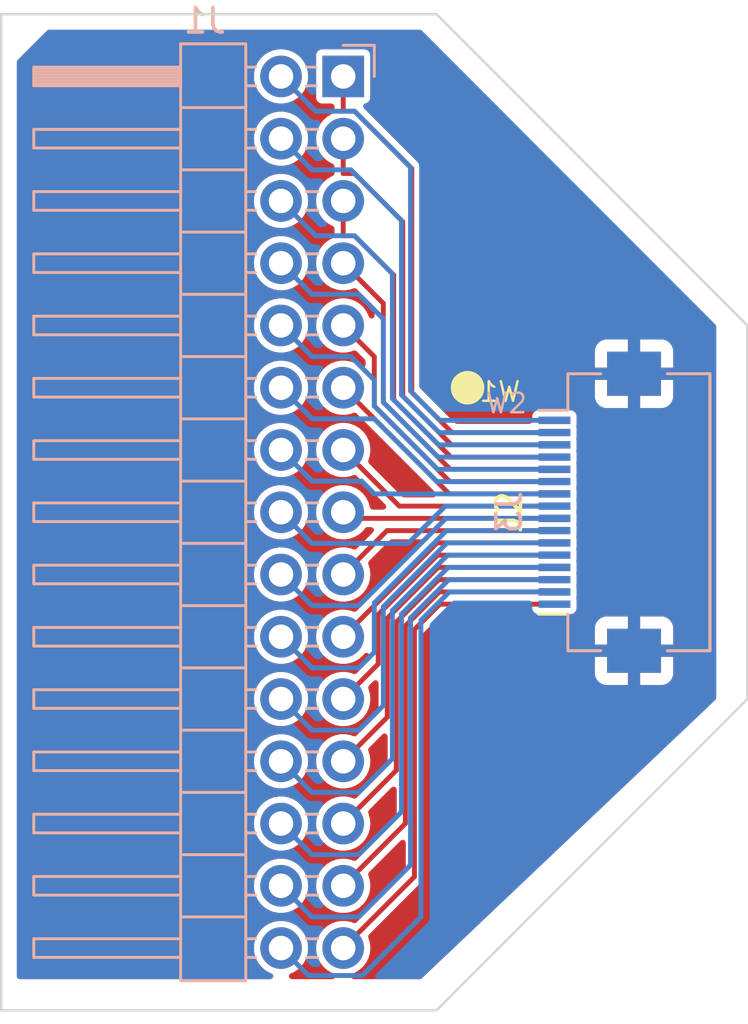
<source format=kicad_pcb>
(kicad_pcb (version 20240108) (generator "pcbnew") (generator_version "8.0")
  (layers (0 "F.Cu" signal) (31 "B.Cu" signal) (34 "B.Paste" user) (35 "F.Paste" user) (36 "B.SilkS" user "B.Silkscreen") (37 "F.SilkS" user "F.Silkscreen") (38 "B.Mask" user) (39 "F.Mask" user) (44 "Edge.Cuts" user))
  (net 0 "")
  (net 1 "/W25")
  (net 2 "/W6")
  (net 3 "/W8")
  (net 4 "/W22")
  (net 5 "/W17")
  (net 6 "/W10")
  (net 7 "/W23")
  (net 8 "/W21")
  (net 9 "/W19")
  (net 10 "/W9")
  (net 11 "/W24")
  (net 12 "/W27")
  (net 13 "/W1")
  (net 14 "/W13")
  (net 15 "/W2")
  (net 16 "/W15")
  (net 17 "/W12")
  (net 18 "/W30")
  (net 19 "/W18")
  (net 20 "/W7")
  (net 21 "/W29")
  (net 22 "/W14")
  (net 23 "/W3")
  (net 24 "/W4")
  (net 25 "/W16")
  (net 26 "/W5")
  (net 27 "/W11")
  (net 28 "/W26")
  (net 29 "/W28")
  (net 30 "/W20")
  (net 33 "GND")
  (footprint "Connector_FFC-FPC:Hirose_FH12-16S-0.5SH_1x16-1MP_P0.50mm_Horizontal" (layer "F.Cu") (at 107 63.5 90)
    (property "Reference" "J2" (at 0 -3.7 -90) (layer "F.SilkS"))
    (property "Value" "ODD")
    (fp_line (start 5.65 -1.3) (end 5.65 0.04) (stroke (width 0.12)) (layer "F.SilkS"))
    (fp_line (start 4.16 -1.3) (end 5.65 -1.3) (stroke (width 0.12)) (layer "F.SilkS"))
    (fp_line (start -4.16 -1.3) (end -4.16 -2.5) (stroke (width 0.12)) (layer "F.SilkS"))
    (fp_line (start -4.16 -1.3) (end -5.65 -1.3) (stroke (width 0.12)) (layer "F.SilkS"))
    (fp_line (start -5.65 -1.3) (end -5.65 0.04) (stroke (width 0.12)) (layer "F.SilkS"))
    (fp_line (start -5.65 2.76) (end -5.65 4.5) (stroke (width 0.12)) (layer "F.SilkS"))
    (fp_line (start 5.65 4.5) (end 5.65 2.76) (stroke (width 0.12)) (layer "F.SilkS"))
    (fp_line (start -5.65 4.5) (end 5.65 4.5) (stroke (width 0.12)) (layer "F.SilkS"))
    (pad "1" smd rect (at -3.75 -1.85 90) (size 0.3 1.3) (layers "F.Cu" "F.Paste" "F.Mask") (net 21 "/W29"))
    (pad "2" smd rect (at -3.25 -1.85 90) (size 0.3 1.3) (layers "F.Cu" "F.Paste" "F.Mask") (net 12 "/W27"))
    (pad "3" smd rect (at -2.75 -1.85 90) (size 0.3 1.3) (layers "F.Cu" "F.Paste" "F.Mask") (net 1 "/W25"))
    (pad "4" smd rect (at -2.25 -1.85 90) (size 0.3 1.3) (layers "F.Cu" "F.Paste" "F.Mask") (net 7 "/W23"))
    (pad "5" smd rect (at -1.75 -1.85 90) (size 0.3 1.3) (layers "F.Cu" "F.Paste" "F.Mask") (net 8 "/W21"))
    (pad "6" smd rect (at -1.25 -1.85 90) (size 0.3 1.3) (layers "F.Cu" "F.Paste" "F.Mask") (net 9 "/W19"))
    (pad "7" smd rect (at -0.75 -1.85 90) (size 0.3 1.3) (layers "F.Cu" "F.Paste" "F.Mask") (net 5 "/W17"))
    (pad "8" smd rect (at -0.25 -1.85 90) (size 0.3 1.3) (layers "F.Cu" "F.Paste" "F.Mask") (net 16 "/W15"))
    (pad "9" smd rect (at 0.25 -1.85 90) (size 0.3 1.3) (layers "F.Cu" "F.Paste" "F.Mask") (net 14 "/W13"))
    (pad "10" smd rect (at 0.75 -1.85 90) (size 0.3 1.3) (layers "F.Cu" "F.Paste" "F.Mask") (net 27 "/W11"))
    (pad "11" smd rect (at 1.25 -1.85 90) (size 0.3 1.3) (layers "F.Cu" "F.Paste" "F.Mask") (net 10 "/W9"))
    (pad "12" smd rect (at 1.75 -1.85 90) (size 0.3 1.3) (layers "F.Cu" "F.Paste" "F.Mask") (net 20 "/W7"))
    (pad "13" smd rect (at 2.25 -1.85 90) (size 0.3 1.3) (layers "F.Cu" "F.Paste" "F.Mask") (net 26 "/W5"))
    (pad "14" smd rect (at 2.75 -1.85 90) (size 0.3 1.3) (layers "F.Cu" "F.Paste" "F.Mask") (net 23 "/W3"))
    (pad "15" smd rect (at 3.25 -1.85 90) (size 0.3 1.3) (layers "F.Cu" "F.Paste" "F.Mask") (net 13 "/W1"))
    (pad "16" smd rect (at 3.75 -1.85 90) (size 0.3 1.3) (layers "F.Cu" "F.Paste" "F.Mask"))
    (pad "MP" smd rect (at -5.65 1.4 90) (size 1.8 2.2) (layers "F.Cu" "F.Paste" "F.Mask") (net 33 "GND"))
    (pad "MP" smd rect (at 5.65 1.4 90) (size 1.8 2.2) (layers "F.Cu" "F.Paste" "F.Mask") (net 33 "GND"))
  )
  (footprint "Connector_FFC-FPC:Hirose_FH12-16S-0.5SH_1x16-1MP_P0.50mm_Horizontal" (layer "B.Cu") (at 107 63.5 -90)
    (property "Reference" "J3" (at 0 3.7 90) (layer "B.SilkS") (effects (justify mirror)))
    (property "Value" "EVEN")
    (fp_line (start -4.16 2.5) (end -4.16 1.3) (stroke (width 0.12)) (layer "B.SilkS"))
    (fp_line (start -5.65 1.3) (end -4.16 1.3) (stroke (width 0.12)) (layer "B.SilkS"))
    (fp_line (start 5.65 1.3) (end 4.16 1.3) (stroke (width 0.12)) (layer "B.SilkS"))
    (fp_line (start -5.65 -0.04) (end -5.65 1.3) (stroke (width 0.12)) (layer "B.SilkS"))
    (fp_line (start 5.65 -0.04) (end 5.65 1.3) (stroke (width 0.12)) (layer "B.SilkS"))
    (fp_line (start 5.65 -2.76) (end 5.65 -4.5) (stroke (width 0.12)) (layer "B.SilkS"))
    (fp_line (start -5.65 -4.5) (end -5.65 -2.76) (stroke (width 0.12)) (layer "B.SilkS"))
    (fp_line (start 5.65 -4.5) (end -5.65 -4.5) (stroke (width 0.12)) (layer "B.SilkS"))
    (pad "1" smd rect (at -3.75 1.85 270) (size 0.3 1.3) (layers "B.Cu" "B.Paste" "B.Mask") (net 15 "/W2"))
    (pad "2" smd rect (at -3.25 1.85 270) (size 0.3 1.3) (layers "B.Cu" "B.Paste" "B.Mask") (net 24 "/W4"))
    (pad "3" smd rect (at -2.75 1.85 270) (size 0.3 1.3) (layers "B.Cu" "B.Paste" "B.Mask") (net 2 "/W6"))
    (pad "4" smd rect (at -2.25 1.85 270) (size 0.3 1.3) (layers "B.Cu" "B.Paste" "B.Mask") (net 3 "/W8"))
    (pad "5" smd rect (at -1.75 1.85 270) (size 0.3 1.3) (layers "B.Cu" "B.Paste" "B.Mask") (net 6 "/W10"))
    (pad "6" smd rect (at -1.25 1.85 270) (size 0.3 1.3) (layers "B.Cu" "B.Paste" "B.Mask") (net 17 "/W12"))
    (pad "7" smd rect (at -0.75 1.85 270) (size 0.3 1.3) (layers "B.Cu" "B.Paste" "B.Mask") (net 22 "/W14"))
    (pad "8" smd rect (at -0.25 1.85 270) (size 0.3 1.3) (layers "B.Cu" "B.Paste" "B.Mask") (net 25 "/W16"))
    (pad "9" smd rect (at 0.25 1.85 270) (size 0.3 1.3) (layers "B.Cu" "B.Paste" "B.Mask") (net 19 "/W18"))
    (pad "10" smd rect (at 0.75 1.85 270) (size 0.3 1.3) (layers "B.Cu" "B.Paste" "B.Mask") (net 30 "/W20"))
    (pad "11" smd rect (at 1.25 1.85 270) (size 0.3 1.3) (layers "B.Cu" "B.Paste" "B.Mask") (net 4 "/W22"))
    (pad "12" smd rect (at 1.75 1.85 270) (size 0.3 1.3) (layers "B.Cu" "B.Paste" "B.Mask") (net 11 "/W24"))
    (pad "13" smd rect (at 2.25 1.85 270) (size 0.3 1.3) (layers "B.Cu" "B.Paste" "B.Mask") (net 28 "/W26"))
    (pad "14" smd rect (at 2.75 1.85 270) (size 0.3 1.3) (layers "B.Cu" "B.Paste" "B.Mask") (net 29 "/W28"))
    (pad "15" smd rect (at 3.25 1.85 270) (size 0.3 1.3) (layers "B.Cu" "B.Paste" "B.Mask") (net 18 "/W30"))
    (pad "16" smd rect (at 3.75 1.85 270) (size 0.3 1.3) (layers "B.Cu" "B.Paste" "B.Mask"))
    (pad "MP" smd rect (at -5.65 -1.4 270) (size 1.8 2.2) (layers "B.Cu" "B.Paste" "B.Mask") (net 33 "GND"))
    (pad "MP" smd rect (at 5.65 -1.4 270) (size 1.8 2.2) (layers "B.Cu" "B.Paste" "B.Mask") (net 33 "GND"))
  )
  (footprint "Connector_PinHeader_2.54mm:PinHeader_2x15_P2.54mm_Horizontal" (layer "B.Cu") (at 96.52 45.72 180)
    (property "Reference" "J1" (at 5.655 2.27 180) (layer "B.SilkS") (effects (justify mirror)))
    (property "Value" "PinHeader")
    (fp_line (start 12.64 0.38) (end 6.64 0.38) (stroke (width 0.12)) (layer "B.SilkS"))
    (fp_line (start 12.64 0.32) (end 6.64 0.32) (stroke (width 0.12)) (layer "B.SilkS"))
    (fp_line (start 12.64 0.2) (end 6.64 0.2) (stroke (width 0.12)) (layer "B.SilkS"))
    (fp_line (start 12.64 0.08) (end 6.64 0.08) (stroke (width 0.12)) (layer "B.SilkS"))
    (fp_line (start 12.64 -0.04) (end 6.64 -0.04) (stroke (width 0.12)) (layer "B.SilkS"))
    (fp_line (start 12.64 -0.16) (end 6.64 -0.16) (stroke (width 0.12)) (layer "B.SilkS"))
    (fp_line (start 12.64 -0.28) (end 6.64 -0.28) (stroke (width 0.12)) (layer "B.SilkS"))
    (fp_line (start 12.64 -0.38) (end 12.64 0.38) (stroke (width 0.12)) (layer "B.SilkS"))
    (fp_line (start 12.64 -2.16) (end 6.64 -2.16) (stroke (width 0.12)) (layer "B.SilkS"))
    (fp_line (start 12.64 -2.92) (end 12.64 -2.16) (stroke (width 0.12)) (layer "B.SilkS"))
    (fp_line (start 12.64 -4.7) (end 6.64 -4.7) (stroke (width 0.12)) (layer "B.SilkS"))
    (fp_line (start 12.64 -5.46) (end 12.64 -4.7) (stroke (width 0.12)) (layer "B.SilkS"))
    (fp_line (start 12.64 -7.24) (end 6.64 -7.24) (stroke (width 0.12)) (layer "B.SilkS"))
    (fp_line (start 12.64 -8) (end 12.64 -7.24) (stroke (width 0.12)) (layer "B.SilkS"))
    (fp_line (start 12.64 -9.78) (end 6.64 -9.78) (stroke (width 0.12)) (layer "B.SilkS"))
    (fp_line (start 12.64 -10.54) (end 12.64 -9.78) (stroke (width 0.12)) (layer "B.SilkS"))
    (fp_line (start 12.64 -12.32) (end 6.64 -12.32) (stroke (width 0.12)) (layer "B.SilkS"))
    (fp_line (start 12.64 -13.08) (end 12.64 -12.32) (stroke (width 0.12)) (layer "B.SilkS"))
    (fp_line (start 12.64 -14.86) (end 6.64 -14.86) (stroke (width 0.12)) (layer "B.SilkS"))
    (fp_line (start 12.64 -15.62) (end 12.64 -14.86) (stroke (width 0.12)) (layer "B.SilkS"))
    (fp_line (start 12.64 -17.4) (end 6.64 -17.4) (stroke (width 0.12)) (layer "B.SilkS"))
    (fp_line (start 12.64 -18.16) (end 12.64 -17.4) (stroke (width 0.12)) (layer "B.SilkS"))
    (fp_line (start 12.64 -19.94) (end 6.64 -19.94) (stroke (width 0.12)) (layer "B.SilkS"))
    (fp_line (start 12.64 -20.7) (end 12.64 -19.94) (stroke (width 0.12)) (layer "B.SilkS"))
    (fp_line (start 12.64 -22.48) (end 6.64 -22.48) (stroke (width 0.12)) (layer "B.SilkS"))
    (fp_line (start 12.64 -23.24) (end 12.64 -22.48) (stroke (width 0.12)) (layer "B.SilkS"))
    (fp_line (start 12.64 -25.02) (end 6.64 -25.02) (stroke (width 0.12)) (layer "B.SilkS"))
    (fp_line (start 12.64 -25.78) (end 12.64 -25.02) (stroke (width 0.12)) (layer "B.SilkS"))
    (fp_line (start 12.64 -27.56) (end 6.64 -27.56) (stroke (width 0.12)) (layer "B.SilkS"))
    (fp_line (start 12.64 -28.32) (end 12.64 -27.56) (stroke (width 0.12)) (layer "B.SilkS"))
    (fp_line (start 12.64 -30.1) (end 6.64 -30.1) (stroke (width 0.12)) (layer "B.SilkS"))
    (fp_line (start 12.64 -30.86) (end 12.64 -30.1) (stroke (width 0.12)) (layer "B.SilkS"))
    (fp_line (start 12.64 -32.64) (end 6.64 -32.64) (stroke (width 0.12)) (layer "B.SilkS"))
    (fp_line (start 12.64 -33.4) (end 12.64 -32.64) (stroke (width 0.12)) (layer "B.SilkS"))
    (fp_line (start 12.64 -35.18) (end 6.64 -35.18) (stroke (width 0.12)) (layer "B.SilkS"))
    (fp_line (start 12.64 -35.94) (end 12.64 -35.18) (stroke (width 0.12)) (layer "B.SilkS"))
    (fp_line (start 6.64 1.33) (end 6.64 -36.89) (stroke (width 0.12)) (layer "B.SilkS"))
    (fp_line (start 6.64 -0.38) (end 12.64 -0.38) (stroke (width 0.12)) (layer "B.SilkS"))
    (fp_line (start 6.64 -1.27) (end 3.98 -1.27) (stroke (width 0.12)) (layer "B.SilkS"))
    (fp_line (start 6.64 -2.92) (end 12.64 -2.92) (stroke (width 0.12)) (layer "B.SilkS"))
    (fp_line (start 6.64 -3.81) (end 3.98 -3.81) (stroke (width 0.12)) (layer "B.SilkS"))
    (fp_line (start 6.64 -5.46) (end 12.64 -5.46) (stroke (width 0.12)) (layer "B.SilkS"))
    (fp_line (start 6.64 -6.35) (end 3.98 -6.35) (stroke (width 0.12)) (layer "B.SilkS"))
    (fp_line (start 6.64 -8) (end 12.64 -8) (stroke (width 0.12)) (layer "B.SilkS"))
    (fp_line (start 6.64 -8.89) (end 3.98 -8.89) (stroke (width 0.12)) (layer "B.SilkS"))
    (fp_line (start 6.64 -10.54) (end 12.64 -10.54) (stroke (width 0.12)) (layer "B.SilkS"))
    (fp_line (start 6.64 -11.43) (end 3.98 -11.43) (stroke (width 0.12)) (layer "B.SilkS"))
    (fp_line (start 6.64 -13.08) (end 12.64 -13.08) (stroke (width 0.12)) (layer "B.SilkS"))
    (fp_line (start 6.64 -13.97) (end 3.98 -13.97) (stroke (width 0.12)) (layer "B.SilkS"))
    (fp_line (start 6.64 -15.62) (end 12.64 -15.62) (stroke (width 0.12)) (layer "B.SilkS"))
    (fp_line (start 6.64 -16.51) (end 3.98 -16.51) (stroke (width 0.12)) (layer "B.SilkS"))
    (fp_line (start 6.64 -18.16) (end 12.64 -18.16) (stroke (width 0.12)) (layer "B.SilkS"))
    (fp_line (start 6.64 -19.05) (end 3.98 -19.05) (stroke (width 0.12)) (layer "B.SilkS"))
    (fp_line (start 6.64 -20.7) (end 12.64 -20.7) (stroke (width 0.12)) (layer "B.SilkS"))
    (fp_line (start 6.64 -21.59) (end 3.98 -21.59) (stroke (width 0.12)) (layer "B.SilkS"))
    (fp_line (start 6.64 -23.24) (end 12.64 -23.24) (stroke (width 0.12)) (layer "B.SilkS"))
    (fp_line (start 6.64 -24.13) (end 3.98 -24.13) (stroke (width 0.12)) (layer "B.SilkS"))
    (fp_line (start 6.64 -25.78) (end 12.64 -25.78) (stroke (width 0.12)) (layer "B.SilkS"))
    (fp_line (start 6.64 -26.67) (end 3.98 -26.67) (stroke (width 0.12)) (layer "B.SilkS"))
    (fp_line (start 6.64 -28.32) (end 12.64 -28.32) (stroke (width 0.12)) (layer "B.SilkS"))
    (fp_line (start 6.64 -29.21) (end 3.98 -29.21) (stroke (width 0.12)) (layer "B.SilkS"))
    (fp_line (start 6.64 -30.86) (end 12.64 -30.86) (stroke (width 0.12)) (layer "B.SilkS"))
    (fp_line (start 6.64 -31.75) (end 3.98 -31.75) (stroke (width 0.12)) (layer "B.SilkS"))
    (fp_line (start 6.64 -33.4) (end 12.64 -33.4) (stroke (width 0.12)) (layer "B.SilkS"))
    (fp_line (start 6.64 -34.29) (end 3.98 -34.29) (stroke (width 0.12)) (layer "B.SilkS"))
    (fp_line (start 6.64 -35.94) (end 12.64 -35.94) (stroke (width 0.12)) (layer "B.SilkS"))
    (fp_line (start 6.64 -36.89) (end 3.98 -36.89) (stroke (width 0.12)) (layer "B.SilkS"))
    (fp_line (start 3.98 1.33) (end 6.64 1.33) (stroke (width 0.12)) (layer "B.SilkS"))
    (fp_line (start 3.98 0.38) (end 3.582929 0.38) (stroke (width 0.12)) (layer "B.SilkS"))
    (fp_line (start 3.98 -0.38) (end 3.582929 -0.38) (stroke (width 0.12)) (layer "B.SilkS"))
    (fp_line (start 3.98 -2.16) (end 3.582929 -2.16) (stroke (width 0.12)) (layer "B.SilkS"))
    (fp_line (start 3.98 -2.92) (end 3.582929 -2.92) (stroke (width 0.12)) (layer "B.SilkS"))
    (fp_line (start 3.98 -4.7) (end 3.582929 -4.7) (stroke (width 0.12)) (layer "B.SilkS"))
    (fp_line (start 3.98 -5.46) (end 3.582929 -5.46) (stroke (width 0.12)) (layer "B.SilkS"))
    (fp_line (start 3.98 -7.24) (end 3.582929 -7.24) (stroke (width 0.12)) (layer "B.SilkS"))
    (fp_line (start 3.98 -8) (end 3.582929 -8) (stroke (width 0.12)) (layer "B.SilkS"))
    (fp_line (start 3.98 -9.78) (end 3.582929 -9.78) (stroke (width 0.12)) (layer "B.SilkS"))
    (fp_line (start 3.98 -10.54) (end 3.582929 -10.54) (stroke (width 0.12)) (layer "B.SilkS"))
    (fp_line (start 3.98 -12.32) (end 3.582929 -12.32) (stroke (width 0.12)) (layer "B.SilkS"))
    (fp_line (start 3.98 -13.08) (end 3.582929 -13.08) (stroke (width 0.12)) (layer "B.SilkS"))
    (fp_line (start 3.98 -14.86) (end 3.582929 -14.86) (stroke (width 0.12)) (layer "B.SilkS"))
    (fp_line (start 3.98 -15.62) (end 3.582929 -15.62) (stroke (width 0.12)) (layer "B.SilkS"))
    (fp_line (start 3.98 -17.4) (end 3.582929 -17.4) (stroke (width 0.12)) (layer "B.SilkS"))
    (fp_line (start 3.98 -18.16) (end 3.582929 -18.16) (stroke (width 0.12)) (layer "B.SilkS"))
    (fp_line (start 3.98 -19.94) (end 3.582929 -19.94) (stroke (width 0.12)) (layer "B.SilkS"))
    (fp_line (start 3.98 -20.7) (end 3.582929 -20.7) (stroke (width 0.12)) (layer "B.SilkS"))
    (fp_line (start 3.98 -22.48) (end 3.582929 -22.48) (stroke (width 0.12)) (layer "B.SilkS"))
    (fp_line (start 3.98 -23.24) (end 3.582929 -23.24) (stroke (width 0.12)) (layer "B.SilkS"))
    (fp_line (start 3.98 -25.02) (end 3.582929 -25.02) (stroke (width 0.12)) (layer "B.SilkS"))
    (fp_line (start 3.98 -25.78) (end 3.582929 -25.78) (stroke (width 0.12)) (layer "B.SilkS"))
    (fp_line (start 3.98 -27.56) (end 3.582929 -27.56) (stroke (width 0.12)) (layer "B.SilkS"))
    (fp_line (start 3.98 -28.32) (end 3.582929 -28.32) (stroke (width 0.12)) (layer "B.SilkS"))
    (fp_line (start 3.98 -30.1) (end 3.582929 -30.1) (stroke (width 0.12)) (layer "B.SilkS"))
    (fp_line (start 3.98 -30.86) (end 3.582929 -30.86) (stroke (width 0.12)) (layer "B.SilkS"))
    (fp_line (start 3.98 -32.64) (end 3.582929 -32.64) (stroke (width 0.12)) (layer "B.SilkS"))
    (fp_line (start 3.98 -33.4) (end 3.582929 -33.4) (stroke (width 0.12)) (layer "B.SilkS"))
    (fp_line (start 3.98 -35.18) (end 3.582929 -35.18) (stroke (width 0.12)) (layer "B.SilkS"))
    (fp_line (start 3.98 -35.94) (end 3.582929 -35.94) (stroke (width 0.12)) (layer "B.SilkS"))
    (fp_line (start 3.98 -36.89) (end 3.98 1.33) (stroke (width 0.12)) (layer "B.SilkS"))
    (fp_line (start 1.497071 0.38) (end 1.11 0.38) (stroke (width 0.12)) (layer "B.SilkS"))
    (fp_line (start 1.497071 -0.38) (end 1.11 -0.38) (stroke (width 0.12)) (layer "B.SilkS"))
    (fp_line (start 1.497071 -2.16) (end 1.042929 -2.16) (stroke (width 0.12)) (layer "B.SilkS"))
    (fp_line (start 1.497071 -2.92) (end 1.042929 -2.92) (stroke (width 0.12)) (layer "B.SilkS"))
    (fp_line (start 1.497071 -4.7) (end 1.042929 -4.7) (stroke (width 0.12)) (layer "B.SilkS"))
    (fp_line (start 1.497071 -5.46) (end 1.042929 -5.46) (stroke (width 0.12)) (layer "B.SilkS"))
    (fp_line (start 1.497071 -7.24) (end 1.042929 -7.24) (stroke (width 0.12)) (layer "B.SilkS"))
    (fp_line (start 1.497071 -8) (end 1.042929 -8) (stroke (width 0.12)) (layer "B.SilkS"))
    (fp_line (start 1.497071 -9.78) (end 1.042929 -9.78) (stroke (width 0.12)) (layer "B.SilkS"))
    (fp_line (start 1.497071 -10.54) (end 1.042929 -10.54) (stroke (width 0.12)) (layer "B.SilkS"))
    (fp_line (start 1.497071 -12.32) (end 1.042929 -12.32) (stroke (width 0.12)) (layer "B.SilkS"))
    (fp_line (start 1.497071 -13.08) (end 1.042929 -13.08) (stroke (width 0.12)) (layer "B.SilkS"))
    (fp_line (start 1.497071 -14.86) (end 1.042929 -14.86) (stroke (width 0.12)) (layer "B.SilkS"))
    (fp_line (start 1.497071 -15.62) (end 1.042929 -15.62) (stroke (width 0.12)) (layer "B.SilkS"))
    (fp_line (start 1.497071 -17.4) (end 1.042929 -17.4) (stroke (width 0.12)) (layer "B.SilkS"))
    (fp_line (start 1.497071 -18.16) (end 1.042929 -18.16) (stroke (width 0.12)) (layer "B.SilkS"))
    (fp_line (start 1.497071 -19.94) (end 1.042929 -19.94) (stroke (width 0.12)) (layer "B.SilkS"))
    (fp_line (start 1.497071 -20.7) (end 1.042929 -20.7) (stroke (width 0.12)) (layer "B.SilkS"))
    (fp_line (start 1.497071 -22.48) (end 1.042929 -22.48) (stroke (width 0.12)) (layer "B.SilkS"))
    (fp_line (start 1.497071 -23.24) (end 1.042929 -23.24) (stroke (width 0.12)) (layer "B.SilkS"))
    (fp_line (start 1.497071 -25.02) (end 1.042929 -25.02) (stroke (width 0.12)) (layer "B.SilkS"))
    (fp_line (start 1.497071 -25.78) (end 1.042929 -25.78) (stroke (width 0.12)) (layer "B.SilkS"))
    (fp_line (start 1.497071 -27.56) (end 1.042929 -27.56) (stroke (width 0.12)) (layer "B.SilkS"))
    (fp_line (start 1.497071 -28.32) (end 1.042929 -28.32) (stroke (width 0.12)) (layer "B.SilkS"))
    (fp_line (start 1.497071 -30.1) (end 1.042929 -30.1) (stroke (width 0.12)) (layer "B.SilkS"))
    (fp_line (start 1.497071 -30.86) (end 1.042929 -30.86) (stroke (width 0.12)) (layer "B.SilkS"))
    (fp_line (start 1.497071 -32.64) (end 1.042929 -32.64) (stroke (width 0.12)) (layer "B.SilkS"))
    (fp_line (start 1.497071 -33.4) (end 1.042929 -33.4) (stroke (width 0.12)) (layer "B.SilkS"))
    (fp_line (start 1.497071 -35.18) (end 1.042929 -35.18) (stroke (width 0.12)) (layer "B.SilkS"))
    (fp_line (start 1.497071 -35.94) (end 1.042929 -35.94) (stroke (width 0.12)) (layer "B.SilkS"))
    (fp_line (start 0 1.27) (end -1.27 1.27) (stroke (width 0.12)) (layer "B.SilkS"))
    (fp_line (start -1.27 1.27) (end -1.27 0) (stroke (width 0.12)) (layer "B.SilkS"))
    (pad "1" thru_hole rect (at 0 0 180) (size 1.7 1.7) (drill 1) (layers "*.Cu" "*.Mask") (net 13 "/W1"))
    (pad "2" thru_hole oval (at 2.54 0 180) (size 1.7 1.7) (drill 1) (layers "*.Cu" "*.Mask") (net 15 "/W2"))
    (pad "3" thru_hole oval (at 0 -2.54 180) (size 1.7 1.7) (drill 1) (layers "*.Cu" "*.Mask") (net 23 "/W3"))
    (pad "4" thru_hole oval (at 2.54 -2.54 180) (size 1.7 1.7) (drill 1) (layers "*.Cu" "*.Mask") (net 24 "/W4"))
    (pad "5" thru_hole oval (at 0 -5.08 180) (size 1.7 1.7) (drill 1) (layers "*.Cu" "*.Mask") (net 26 "/W5"))
    (pad "6" thru_hole oval (at 2.54 -5.08 180) (size 1.7 1.7) (drill 1) (layers "*.Cu" "*.Mask") (net 2 "/W6"))
    (pad "7" thru_hole oval (at 0 -7.62 180) (size 1.7 1.7) (drill 1) (layers "*.Cu" "*.Mask") (net 20 "/W7"))
    (pad "8" thru_hole oval (at 2.54 -7.62 180) (size 1.7 1.7) (drill 1) (layers "*.Cu" "*.Mask") (net 3 "/W8"))
    (pad "9" thru_hole oval (at 0 -10.16 180) (size 1.7 1.7) (drill 1) (layers "*.Cu" "*.Mask") (net 10 "/W9"))
    (pad "10" thru_hole oval (at 2.54 -10.16 180) (size 1.7 1.7) (drill 1) (layers "*.Cu" "*.Mask") (net 6 "/W10"))
    (pad "11" thru_hole oval (at 0 -12.7 180) (size 1.7 1.7) (drill 1) (layers "*.Cu" "*.Mask") (net 27 "/W11"))
    (pad "12" thru_hole oval (at 2.54 -12.7 180) (size 1.7 1.7) (drill 1) (layers "*.Cu" "*.Mask") (net 17 "/W12"))
    (pad "13" thru_hole oval (at 0 -15.24 180) (size 1.7 1.7) (drill 1) (layers "*.Cu" "*.Mask") (net 14 "/W13"))
    (pad "14" thru_hole oval (at 2.54 -15.24 180) (size 1.7 1.7) (drill 1) (layers "*.Cu" "*.Mask") (net 22 "/W14"))
    (pad "15" thru_hole oval (at 0 -17.78 180) (size 1.7 1.7) (drill 1) (layers "*.Cu" "*.Mask") (net 16 "/W15"))
    (pad "16" thru_hole oval (at 2.54 -17.78 180) (size 1.7 1.7) (drill 1) (layers "*.Cu" "*.Mask") (net 25 "/W16"))
    (pad "17" thru_hole oval (at 0 -20.32 180) (size 1.7 1.7) (drill 1) (layers "*.Cu" "*.Mask") (net 5 "/W17"))
    (pad "18" thru_hole oval (at 2.54 -20.32 180) (size 1.7 1.7) (drill 1) (layers "*.Cu" "*.Mask") (net 19 "/W18"))
    (pad "19" thru_hole oval (at 0 -22.86 180) (size 1.7 1.7) (drill 1) (layers "*.Cu" "*.Mask") (net 9 "/W19"))
    (pad "20" thru_hole oval (at 2.54 -22.86 180) (size 1.7 1.7) (drill 1) (layers "*.Cu" "*.Mask") (net 30 "/W20"))
    (pad "21" thru_hole oval (at 0 -25.4 180) (size 1.7 1.7) (drill 1) (layers "*.Cu" "*.Mask") (net 8 "/W21"))
    (pad "22" thru_hole oval (at 2.54 -25.4 180) (size 1.7 1.7) (drill 1) (layers "*.Cu" "*.Mask") (net 4 "/W22"))
    (pad "23" thru_hole oval (at 0 -27.94 180) (size 1.7 1.7) (drill 1) (layers "*.Cu" "*.Mask") (net 7 "/W23"))
    (pad "24" thru_hole oval (at 2.54 -27.94 180) (size 1.7 1.7) (drill 1) (layers "*.Cu" "*.Mask") (net 11 "/W24"))
    (pad "25" thru_hole oval (at 0 -30.48 180) (size 1.7 1.7) (drill 1) (layers "*.Cu" "*.Mask") (net 1 "/W25"))
    (pad "26" thru_hole oval (at 2.54 -30.48 180) (size 1.7 1.7) (drill 1) (layers "*.Cu" "*.Mask") (net 28 "/W26"))
    (pad "27" thru_hole oval (at 0 -33.02 180) (size 1.7 1.7) (drill 1) (layers "*.Cu" "*.Mask") (net 12 "/W27"))
    (pad "28" thru_hole oval (at 2.54 -33.02 180) (size 1.7 1.7) (drill 1) (layers "*.Cu" "*.Mask") (net 29 "/W28"))
    (pad "29" thru_hole oval (at 0 -35.56 180) (size 1.7 1.7) (drill 1) (layers "*.Cu" "*.Mask") (net 21 "/W29"))
    (pad "30" thru_hole oval (at 2.54 -35.56 180) (size 1.7 1.7) (drill 1) (layers "*.Cu" "*.Mask") (net 18 "/W30"))
  )
  (gr_circle (center 101.6 58.42) (end 102.235 58.42) (stroke (width 0.1)) (fill solid) (layer "F.SilkS"))
  (gr_line (start 113.03 71.12) (end 100.33 83.82) (stroke (width 0.1)) (layer "Edge.Cuts"))
  (gr_line (start 113.03 55.88) (end 113.03 71.12) (stroke (width 0.1)) (layer "Edge.Cuts"))
  (gr_line (start 100.33 83.82) (end 82.55 83.82) (stroke (width 0.1)) (layer "Edge.Cuts"))
  (gr_line (start 82.55 83.82) (end 82.55 43.18) (stroke (width 0.1)) (layer "Edge.Cuts"))
  (gr_line (start 82.55 43.18) (end 100.33 43.18) (stroke (width 0.1)) (layer "Edge.Cuts"))
  (gr_line (start 100.33 43.18) (end 113.03 55.88) (stroke (width 0.1)) (layer "Edge.Cuts"))
  (gr_text "W2" (at 103.19 59.055 0) (layer "B.SilkS") (effects (font (size 0.8 0.8) (thickness 0.1))))
  (gr_text "W1" (at 103.825 59.055 0) (layer "F.SilkS") (effects (font (size 0.8 0.8) (thickness 0.1)) (justify left bottom mirror)))
  (segment (start 98.69 74.03) (end 98.69 67.97978) (width 0.2) (layer "F.Cu") (net 1))
  (segment (start 98.69 67.97978) (end 100.41978 66.25) (width 0.2) (layer "F.Cu") (net 1))
  (segment (start 96.52 76.2) (end 98.69 74.03) (width 0.2) (layer "F.Cu") (net 1))
  (segment (start 105.15 66.25) (end 100.41978 66.25) (width 0.2) (layer "F.Cu") (net 1))
  (segment (start 96.98392 52.22) (end 95.4 52.22) (width 0.2) (layer "B.Cu") (net 2))
  (segment (start 95.4 52.22) (end 93.98 50.8) (width 0.2) (layer "B.Cu") (net 2))
  (segment (start 105.15 60.75) (end 100.41978 60.75) (width 0.2) (layer "B.Cu") (net 2))
  (segment (start 100.41978 60.75) (end 98.53 58.86022) (width 0.2) (layer "B.Cu") (net 2))
  (segment (start 98.53 58.86022) (end 98.53 53.76608) (width 0.2) (layer "B.Cu") (net 2))
  (segment (start 98.53 53.76608) (end 96.98392 52.22) (width 0.2) (layer "B.Cu") (net 2))
  (segment (start 98.16 55.615) (end 97.155 54.61) (width 0.2) (layer "B.Cu") (net 3))
  (segment (start 105.15 61.25) (end 100.39652 61.25) (width 0.2) (layer "B.Cu") (net 3))
  (segment (start 98.16 59.01348) (end 98.16 55.615) (width 0.2) (layer "B.Cu") (net 3))
  (segment (start 95.25 54.61) (end 93.98 53.34) (width 0.2) (layer "B.Cu") (net 3))
  (segment (start 97.155 54.61) (end 95.25 54.61) (width 0.2) (layer "B.Cu") (net 3))
  (segment (start 100.39652 61.25) (end 98.16 59.01348) (width 0.2) (layer "B.Cu") (net 3))
  (segment (start 95.25 72.39) (end 97.155 72.39) (width 0.2) (layer "B.Cu") (net 4))
  (segment (start 100.761514 64.75) (end 105.15 64.75) (width 0.2) (layer "B.Cu") (net 4))
  (segment (start 93.98 71.12) (end 95.25 72.39) (width 0.2) (layer "B.Cu") (net 4))
  (segment (start 98.16 71.385) (end 98.16 67.351519) (width 0.2) (layer "B.Cu") (net 4))
  (segment (start 98.16 67.351519) (end 100.761514 64.75) (width 0.2) (layer "B.Cu") (net 4))
  (segment (start 97.155 72.39) (end 98.16 71.385) (width 0.2) (layer "B.Cu") (net 4))
  (segment (start 98.31 64.25) (end 96.52 66.04) (width 0.2) (layer "F.Cu") (net 5))
  (segment (start 98.425 64.25) (end 98.31 64.25) (width 0.2) (layer "F.Cu") (net 5))
  (segment (start 105.15 64.25) (end 98.31 64.25) (width 0.2) (layer "F.Cu") (net 5))
  (segment (start 95.25 57.15) (end 93.98 55.88) (width 0.2) (layer "B.Cu") (net 6))
  (segment (start 97.79 58.10608) (end 96.83392 57.15) (width 0.2) (layer "B.Cu") (net 6))
  (segment (start 100.37326 61.75) (end 97.79 59.16674) (width 0.2) (layer "B.Cu") (net 6))
  (segment (start 105.15 61.75) (end 100.37326 61.75) (width 0.2) (layer "B.Cu") (net 6))
  (segment (start 97.79 59.16674) (end 97.79 58.10608) (width 0.2) (layer "B.Cu") (net 6))
  (segment (start 96.83392 57.15) (end 95.25 57.15) (width 0.2) (layer "B.Cu") (net 6))
  (segment (start 96.52 73.66) (end 98.32 71.86) (width 0.2) (layer "F.Cu") (net 7))
  (segment (start 98.32 71.86) (end 98.32 67.826521) (width 0.2) (layer "F.Cu") (net 7))
  (segment (start 105.15 65.75) (end 100.396521 65.75) (width 0.2) (layer "F.Cu") (net 7))
  (segment (start 98.32 67.826521) (end 100.396521 65.75) (width 0.2) (layer "F.Cu") (net 7))
  (segment (start 97.95 69.69) (end 97.95 67.67326) (width 0.2) (layer "F.Cu") (net 8))
  (segment (start 97.95 67.67326) (end 100.37326 65.25) (width 0.2) (layer "F.Cu") (net 8))
  (segment (start 96.52 71.12) (end 97.95 69.69) (width 0.2) (layer "F.Cu") (net 8))
  (segment (start 105.15 65.25) (end 100.37326 65.25) (width 0.2) (layer "F.Cu") (net 8))
  (segment (start 105.15 64.75) (end 100.35 64.75) (width 0.2) (layer "F.Cu") (net 9))
  (segment (start 96.52 68.58) (end 100.33 64.77) (width 0.2) (layer "F.Cu") (net 9))
  (segment (start 100.35 64.75) (end 100.33 64.77) (width 0.2) (layer "F.Cu") (net 9))
  (segment (start 105.15 62.25) (end 100.87326 62.25) (width 0.2) (layer "F.Cu") (net 10))
  (segment (start 97.79 57.15) (end 96.52 55.88) (width 0.2) (layer "F.Cu") (net 10))
  (segment (start 100.87326 62.25) (end 97.79 59.16674) (width 0.2) (layer "F.Cu") (net 10))
  (segment (start 97.79 59.16674) (end 97.79 57.15) (width 0.2) (layer "F.Cu") (net 10))
  (segment (start 95.25 74.93) (end 93.98 73.66) (width 0.2) (layer "B.Cu") (net 11))
  (segment (start 97.155 74.93) (end 95.25 74.93) (width 0.2) (layer "B.Cu") (net 11))
  (segment (start 100.784773 65.25) (end 98.53 67.504778) (width 0.2) (layer "B.Cu") (net 11))
  (segment (start 105.15 65.25) (end 100.784773 65.25) (width 0.2) (layer "B.Cu") (net 11))
  (segment (start 98.53 67.504778) (end 98.53 73.555) (width 0.2) (layer "B.Cu") (net 11))
  (segment (start 98.53 73.555) (end 97.155 74.93) (width 0.2) (layer "B.Cu") (net 11))
  (segment (start 96.52 78.74) (end 99.06 76.2) (width 0.2) (layer "F.Cu") (net 12))
  (segment (start 105.15 66.75) (end 100.44304 66.75) (width 0.2) (layer "F.Cu") (net 12))
  (segment (start 99.06 76.2) (end 99.06 68.13304) (width 0.2) (layer "F.Cu") (net 12))
  (segment (start 99.06 68.13304) (end 100.44304 66.75) (width 0.2) (layer "F.Cu") (net 12))
  (segment (start 99.3213 58.605) (end 99.3213 49.47738) (width 0.2) (layer "F.Cu") (net 13))
  (segment (start 96.98392 47.14) (end 96.52 47.14) (width 0.2) (layer "F.Cu") (net 13))
  (segment (start 105.15 60.25) (end 100.9663 60.25) (width 0.2) (layer "F.Cu") (net 13))
  (segment (start 100.9663 60.25) (end 99.3213 58.605) (width 0.2) (layer "F.Cu") (net 13))
  (segment (start 96.52 47.14) (end 96.52 45.72) (width 0.2) (layer "F.Cu") (net 13))
  (segment (start 99.3213 49.47738) (end 96.98392 47.14) (width 0.2) (layer "F.Cu") (net 13))
  (segment (start 98.81 63.25) (end 96.52 60.96) (width 0.2) (layer "F.Cu") (net 14))
  (segment (start 105.15 63.25) (end 98.81 63.25) (width 0.2) (layer "F.Cu") (net 14))
  (segment (start 96.98392 47.14) (end 95.4 47.14) (width 0.2) (layer "B.Cu") (net 15))
  (segment (start 105.15 59.75) (end 100.4663 59.75) (width 0.2) (layer "B.Cu") (net 15))
  (segment (start 95.4 47.14) (end 93.98 45.72) (width 0.2) (layer "B.Cu") (net 15))
  (segment (start 99.27 58.5537) (end 99.27 49.42608) (width 0.2) (layer "B.Cu") (net 15))
  (segment (start 99.27 49.42608) (end 96.98392 47.14) (width 0.2) (layer "B.Cu") (net 15))
  (segment (start 100.4663 59.75) (end 99.27 58.5537) (width 0.2) (layer "B.Cu") (net 15))
  (segment (start 105.15 63.75) (end 96.77 63.75) (width 0.2) (layer "F.Cu") (net 16))
  (segment (start 96.77 63.75) (end 96.52 63.5) (width 0.2) (layer "F.Cu") (net 16))
  (segment (start 97.79 59.69) (end 95.25 59.69) (width 0.2) (layer "B.Cu") (net 17))
  (segment (start 100.35 62.25) (end 97.79 59.69) (width 0.2) (layer "B.Cu") (net 17))
  (segment (start 95.25 59.69) (end 93.98 58.42) (width 0.2) (layer "B.Cu") (net 17))
  (segment (start 105.15 62.25) (end 100.35 62.25) (width 0.2) (layer "B.Cu") (net 17))
  (segment (start 97.305 82.4) (end 99.695 80.01) (width 0.2) (layer "B.Cu") (net 18))
  (segment (start 99.695 80.01) (end 99.695 67.909552) (width 0.2) (layer "B.Cu") (net 18))
  (segment (start 95.1 82.4) (end 97.305 82.4) (width 0.2) (layer "B.Cu") (net 18))
  (segment (start 93.98 81.28) (end 95.1 82.4) (width 0.2) (layer "B.Cu") (net 18))
  (segment (start 105.15 66.75) (end 100.854549 66.75) (width 0.2) (layer "B.Cu") (net 18))
  (segment (start 99.695 67.909552) (end 100.010003 67.594546) (width 0.2) (layer "B.Cu") (net 18))
  (segment (start 100.854549 66.75) (end 100.010003 67.594546) (width 0.2) (layer "B.Cu") (net 18))
  (segment (start 100.714995 63.75) (end 97.155 67.31) (width 0.2) (layer "B.Cu") (net 19))
  (segment (start 105.15 63.75) (end 100.714995 63.75) (width 0.2) (layer "B.Cu") (net 19))
  (segment (start 95.25 67.31) (end 93.98 66.04) (width 0.2) (layer "B.Cu") (net 19))
  (segment (start 97.155 67.31) (end 95.25 67.31) (width 0.2) (layer "B.Cu") (net 19))
  (segment (start 105.15 61.75) (end 100.89652 61.75) (width 0.2) (layer "F.Cu") (net 20))
  (segment (start 98.16 59.01348) (end 98.16 54.98) (width 0.2) (layer "F.Cu") (net 20))
  (segment (start 100.89652 61.75) (end 98.16 59.01348) (width 0.2) (layer "F.Cu") (net 20))
  (segment (start 98.16 54.98) (end 96.52 53.34) (width 0.2) (layer "F.Cu") (net 20))
  (segment (start 96.52 81.28) (end 99.43 78.37) (width 0.2) (layer "F.Cu") (net 21))
  (segment (start 105.15 67.25) (end 100.4663 67.25) (width 0.2) (layer "F.Cu") (net 21))
  (segment (start 99.43 68.2863) (end 100.4663 67.25) (width 0.2) (layer "F.Cu") (net 21))
  (segment (start 99.43 78.37) (end 99.43 68.2863) (width 0.2) (layer "F.Cu") (net 21))
  (segment (start 97.79 62.75) (end 97.27 62.23) (width 0.2) (layer "B.Cu") (net 22))
  (segment (start 97.27 62.23) (end 95.25 62.23) (width 0.2) (layer "B.Cu") (net 22))
  (segment (start 105.15 62.75) (end 97.79 62.75) (width 0.2) (layer "B.Cu") (net 22))
  (segment (start 95.25 62.23) (end 93.98 60.96) (width 0.2) (layer "B.Cu") (net 22))
  (segment (start 96.52 49.68) (end 96.52 48.26) (width 0.2) (layer "F.Cu") (net 23))
  (segment (start 98.9513 51.64738) (end 96.98392 49.68) (width 0.2) (layer "F.Cu") (net 23))
  (segment (start 105.15 60.75) (end 100.94304 60.75) (width 0.2) (layer "F.Cu") (net 23))
  (segment (start 98.9513 58.75826) (end 98.9513 51.64738) (width 0.2) (layer "F.Cu") (net 23))
  (segment (start 100.94304 60.75) (end 98.9513 58.75826) (width 0.2) (layer "F.Cu") (net 23))
  (segment (start 96.98392 49.68) (end 96.52 49.68) (width 0.2) (layer "F.Cu") (net 23))
  (segment (start 98.9 51.59608) (end 96.83392 49.53) (width 0.2) (layer "B.Cu") (net 24))
  (segment (start 95.25 49.53) (end 93.98 48.26) (width 0.2) (layer "B.Cu") (net 24))
  (segment (start 98.9 58.70696) (end 98.9 51.59608) (width 0.2) (layer "B.Cu") (net 24))
  (segment (start 105.15 60.25) (end 100.44304 60.25) (width 0.2) (layer "B.Cu") (net 24))
  (segment (start 100.44304 60.25) (end 98.9 58.70696) (width 0.2) (layer "B.Cu") (net 24))
  (segment (start 96.83392 49.53) (end 95.25 49.53) (width 0.2) (layer "B.Cu") (net 24))
  (segment (start 99.171738 64.77) (end 100.691738 63.25) (width 0.2) (layer "B.Cu") (net 25))
  (segment (start 93.98 63.5) (end 95.25 64.77) (width 0.2) (layer "B.Cu") (net 25))
  (segment (start 95.25 64.77) (end 99.171738 64.77) (width 0.2) (layer "B.Cu") (net 25))
  (segment (start 100.691738 63.25) (end 105.15 63.25) (width 0.2) (layer "B.Cu") (net 25))
  (segment (start 96.52 52.22) (end 96.52 50.8) (width 0.2) (layer "F.Cu") (net 26))
  (segment (start 96.98392 52.22) (end 96.52 52.22) (width 0.2) (layer "F.Cu") (net 26))
  (segment (start 98.5813 58.91152) (end 98.5813 53.81738) (width 0.2) (layer "F.Cu") (net 26))
  (segment (start 100.91978 61.25) (end 98.5813 58.91152) (width 0.2) (layer "F.Cu") (net 26))
  (segment (start 98.5813 53.81738) (end 96.98392 52.22) (width 0.2) (layer "F.Cu") (net 26))
  (segment (start 105.15 61.25) (end 100.91978 61.25) (width 0.2) (layer "F.Cu") (net 26))
  (segment (start 105.15 62.75) (end 100.85 62.75) (width 0.2) (layer "F.Cu") (net 27))
  (segment (start 100.85 62.75) (end 96.52 58.42) (width 0.2) (layer "F.Cu") (net 27))
  (segment (start 98.9 75.725) (end 98.9 67.658036) (width 0.2) (layer "B.Cu") (net 28))
  (segment (start 98.9 67.658036) (end 99.270001 67.288032) (width 0.2) (layer "B.Cu") (net 28))
  (segment (start 97.155 77.47) (end 98.9 75.725) (width 0.2) (layer "B.Cu") (net 28))
  (segment (start 100.808033 65.75) (end 99.270001 67.288032) (width 0.2) (layer "B.Cu") (net 28))
  (segment (start 93.98 76.2) (end 95.25 77.47) (width 0.2) (layer "B.Cu") (net 28))
  (segment (start 105.15 65.75) (end 100.808033 65.75) (width 0.2) (layer "B.Cu") (net 28))
  (segment (start 95.25 77.47) (end 97.155 77.47) (width 0.2) (layer "B.Cu") (net 28))
  (segment (start 97.155 80.01) (end 95.25 80.01) (width 0.2) (layer "B.Cu") (net 29))
  (segment (start 95.25 80.01) (end 93.98 78.74) (width 0.2) (layer "B.Cu") (net 29))
  (segment (start 100.831289 66.25) (end 99.27 67.811289) (width 0.2) (layer "B.Cu") (net 29))
  (segment (start 99.27 67.811289) (end 99.27 77.895) (width 0.2) (layer "B.Cu") (net 29))
  (segment (start 99.27 77.895) (end 97.155 80.01) (width 0.2) (layer "B.Cu") (net 29))
  (segment (start 105.15 66.25) (end 100.831289 66.25) (width 0.2) (layer "B.Cu") (net 29))
  (segment (start 93.98 68.58) (end 95.25 69.85) (width 0.2) (layer "B.Cu") (net 30))
  (segment (start 97.79 67.19826) (end 100.738255 64.25) (width 0.2) (layer "B.Cu") (net 30))
  (segment (start 97.155 69.85) (end 97.79 69.215) (width 0.2) (layer "B.Cu") (net 30))
  (segment (start 97.79 69.215) (end 97.79 67.19826) (width 0.2) (layer "B.Cu") (net 30))
  (segment (start 95.25 69.85) (end 97.155 69.85) (width 0.2) (layer "B.Cu") (net 30))
  (segment (start 100.738255 64.25) (end 105.15 64.25) (width 0.2) (layer "B.Cu") (net 30))
  (zone (net 33) (net_name "GND") (layer "F.Cu") (name "GND") (connect_pads (clearance 0.254)) (min_thickness 0.25) (fill yes (thermal_gap 0.5) (thermal_bridge_width 0.5))
    (polygon (pts (xy 83.185 45.085) (xy 84.455 43.815) (xy 99.695 43.815) (xy 111.76 55.88) (xy 111.76 71.12) (xy 99.695 82.55) (xy 83.185 82.55)))
  )
  (zone (net 33) (net_name "GND") (layer "B.Cu") (name "GND") (connect_pads (clearance 0.254)) (min_thickness 0.25) (fill yes (thermal_gap 0.5) (thermal_bridge_width 0.5))
    (polygon (pts (xy 83.185 45.085) (xy 84.455 43.815) (xy 99.695 43.815) (xy 111.76 55.88) (xy 111.76 71.12) (xy 99.695 82.55) (xy 83.185 82.55)))
  )
)
</source>
